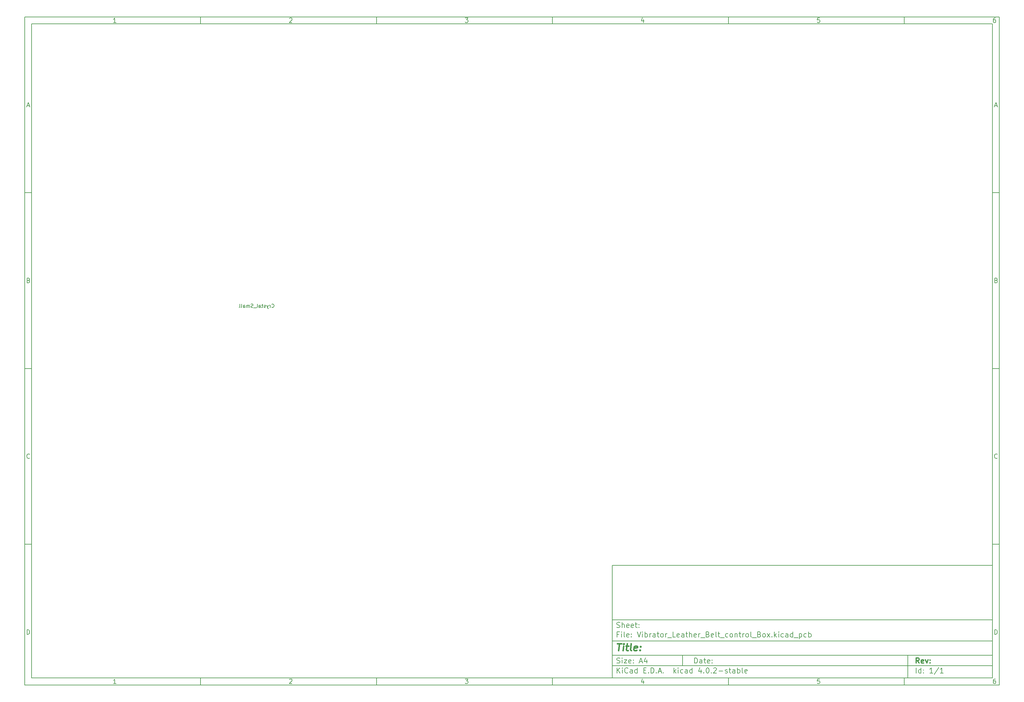
<source format=gbr>
G04 #@! TF.FileFunction,Other,Fab,Bot*
%FSLAX46Y46*%
G04 Gerber Fmt 4.6, Leading zero omitted, Abs format (unit mm)*
G04 Created by KiCad (PCBNEW 4.0.2-stable) date 2016 October 13, Thursday 23:14:49*
%MOMM*%
G01*
G04 APERTURE LIST*
%ADD10C,0.100000*%
%ADD11C,0.150000*%
%ADD12C,0.300000*%
%ADD13C,0.400000*%
G04 APERTURE END LIST*
D10*
D11*
X177002200Y-166007200D02*
X177002200Y-198007200D01*
X285002200Y-198007200D01*
X285002200Y-166007200D01*
X177002200Y-166007200D01*
D10*
D11*
X10000000Y-10000000D02*
X10000000Y-200007200D01*
X287002200Y-200007200D01*
X287002200Y-10000000D01*
X10000000Y-10000000D01*
D10*
D11*
X12000000Y-12000000D02*
X12000000Y-198007200D01*
X285002200Y-198007200D01*
X285002200Y-12000000D01*
X12000000Y-12000000D01*
D10*
D11*
X60000000Y-12000000D02*
X60000000Y-10000000D01*
D10*
D11*
X110000000Y-12000000D02*
X110000000Y-10000000D01*
D10*
D11*
X160000000Y-12000000D02*
X160000000Y-10000000D01*
D10*
D11*
X210000000Y-12000000D02*
X210000000Y-10000000D01*
D10*
D11*
X260000000Y-12000000D02*
X260000000Y-10000000D01*
D10*
D11*
X35990476Y-11588095D02*
X35247619Y-11588095D01*
X35619048Y-11588095D02*
X35619048Y-10288095D01*
X35495238Y-10473810D01*
X35371429Y-10597619D01*
X35247619Y-10659524D01*
D10*
D11*
X85247619Y-10411905D02*
X85309524Y-10350000D01*
X85433333Y-10288095D01*
X85742857Y-10288095D01*
X85866667Y-10350000D01*
X85928571Y-10411905D01*
X85990476Y-10535714D01*
X85990476Y-10659524D01*
X85928571Y-10845238D01*
X85185714Y-11588095D01*
X85990476Y-11588095D01*
D10*
D11*
X135185714Y-10288095D02*
X135990476Y-10288095D01*
X135557143Y-10783333D01*
X135742857Y-10783333D01*
X135866667Y-10845238D01*
X135928571Y-10907143D01*
X135990476Y-11030952D01*
X135990476Y-11340476D01*
X135928571Y-11464286D01*
X135866667Y-11526190D01*
X135742857Y-11588095D01*
X135371429Y-11588095D01*
X135247619Y-11526190D01*
X135185714Y-11464286D01*
D10*
D11*
X185866667Y-10721429D02*
X185866667Y-11588095D01*
X185557143Y-10226190D02*
X185247619Y-11154762D01*
X186052381Y-11154762D01*
D10*
D11*
X235928571Y-10288095D02*
X235309524Y-10288095D01*
X235247619Y-10907143D01*
X235309524Y-10845238D01*
X235433333Y-10783333D01*
X235742857Y-10783333D01*
X235866667Y-10845238D01*
X235928571Y-10907143D01*
X235990476Y-11030952D01*
X235990476Y-11340476D01*
X235928571Y-11464286D01*
X235866667Y-11526190D01*
X235742857Y-11588095D01*
X235433333Y-11588095D01*
X235309524Y-11526190D01*
X235247619Y-11464286D01*
D10*
D11*
X285866667Y-10288095D02*
X285619048Y-10288095D01*
X285495238Y-10350000D01*
X285433333Y-10411905D01*
X285309524Y-10597619D01*
X285247619Y-10845238D01*
X285247619Y-11340476D01*
X285309524Y-11464286D01*
X285371429Y-11526190D01*
X285495238Y-11588095D01*
X285742857Y-11588095D01*
X285866667Y-11526190D01*
X285928571Y-11464286D01*
X285990476Y-11340476D01*
X285990476Y-11030952D01*
X285928571Y-10907143D01*
X285866667Y-10845238D01*
X285742857Y-10783333D01*
X285495238Y-10783333D01*
X285371429Y-10845238D01*
X285309524Y-10907143D01*
X285247619Y-11030952D01*
D10*
D11*
X60000000Y-198007200D02*
X60000000Y-200007200D01*
D10*
D11*
X110000000Y-198007200D02*
X110000000Y-200007200D01*
D10*
D11*
X160000000Y-198007200D02*
X160000000Y-200007200D01*
D10*
D11*
X210000000Y-198007200D02*
X210000000Y-200007200D01*
D10*
D11*
X260000000Y-198007200D02*
X260000000Y-200007200D01*
D10*
D11*
X35990476Y-199595295D02*
X35247619Y-199595295D01*
X35619048Y-199595295D02*
X35619048Y-198295295D01*
X35495238Y-198481010D01*
X35371429Y-198604819D01*
X35247619Y-198666724D01*
D10*
D11*
X85247619Y-198419105D02*
X85309524Y-198357200D01*
X85433333Y-198295295D01*
X85742857Y-198295295D01*
X85866667Y-198357200D01*
X85928571Y-198419105D01*
X85990476Y-198542914D01*
X85990476Y-198666724D01*
X85928571Y-198852438D01*
X85185714Y-199595295D01*
X85990476Y-199595295D01*
D10*
D11*
X135185714Y-198295295D02*
X135990476Y-198295295D01*
X135557143Y-198790533D01*
X135742857Y-198790533D01*
X135866667Y-198852438D01*
X135928571Y-198914343D01*
X135990476Y-199038152D01*
X135990476Y-199347676D01*
X135928571Y-199471486D01*
X135866667Y-199533390D01*
X135742857Y-199595295D01*
X135371429Y-199595295D01*
X135247619Y-199533390D01*
X135185714Y-199471486D01*
D10*
D11*
X185866667Y-198728629D02*
X185866667Y-199595295D01*
X185557143Y-198233390D02*
X185247619Y-199161962D01*
X186052381Y-199161962D01*
D10*
D11*
X235928571Y-198295295D02*
X235309524Y-198295295D01*
X235247619Y-198914343D01*
X235309524Y-198852438D01*
X235433333Y-198790533D01*
X235742857Y-198790533D01*
X235866667Y-198852438D01*
X235928571Y-198914343D01*
X235990476Y-199038152D01*
X235990476Y-199347676D01*
X235928571Y-199471486D01*
X235866667Y-199533390D01*
X235742857Y-199595295D01*
X235433333Y-199595295D01*
X235309524Y-199533390D01*
X235247619Y-199471486D01*
D10*
D11*
X285866667Y-198295295D02*
X285619048Y-198295295D01*
X285495238Y-198357200D01*
X285433333Y-198419105D01*
X285309524Y-198604819D01*
X285247619Y-198852438D01*
X285247619Y-199347676D01*
X285309524Y-199471486D01*
X285371429Y-199533390D01*
X285495238Y-199595295D01*
X285742857Y-199595295D01*
X285866667Y-199533390D01*
X285928571Y-199471486D01*
X285990476Y-199347676D01*
X285990476Y-199038152D01*
X285928571Y-198914343D01*
X285866667Y-198852438D01*
X285742857Y-198790533D01*
X285495238Y-198790533D01*
X285371429Y-198852438D01*
X285309524Y-198914343D01*
X285247619Y-199038152D01*
D10*
D11*
X10000000Y-60000000D02*
X12000000Y-60000000D01*
D10*
D11*
X10000000Y-110000000D02*
X12000000Y-110000000D01*
D10*
D11*
X10000000Y-160000000D02*
X12000000Y-160000000D01*
D10*
D11*
X10690476Y-35216667D02*
X11309524Y-35216667D01*
X10566667Y-35588095D02*
X11000000Y-34288095D01*
X11433333Y-35588095D01*
D10*
D11*
X11092857Y-84907143D02*
X11278571Y-84969048D01*
X11340476Y-85030952D01*
X11402381Y-85154762D01*
X11402381Y-85340476D01*
X11340476Y-85464286D01*
X11278571Y-85526190D01*
X11154762Y-85588095D01*
X10659524Y-85588095D01*
X10659524Y-84288095D01*
X11092857Y-84288095D01*
X11216667Y-84350000D01*
X11278571Y-84411905D01*
X11340476Y-84535714D01*
X11340476Y-84659524D01*
X11278571Y-84783333D01*
X11216667Y-84845238D01*
X11092857Y-84907143D01*
X10659524Y-84907143D01*
D10*
D11*
X11402381Y-135464286D02*
X11340476Y-135526190D01*
X11154762Y-135588095D01*
X11030952Y-135588095D01*
X10845238Y-135526190D01*
X10721429Y-135402381D01*
X10659524Y-135278571D01*
X10597619Y-135030952D01*
X10597619Y-134845238D01*
X10659524Y-134597619D01*
X10721429Y-134473810D01*
X10845238Y-134350000D01*
X11030952Y-134288095D01*
X11154762Y-134288095D01*
X11340476Y-134350000D01*
X11402381Y-134411905D01*
D10*
D11*
X10659524Y-185588095D02*
X10659524Y-184288095D01*
X10969048Y-184288095D01*
X11154762Y-184350000D01*
X11278571Y-184473810D01*
X11340476Y-184597619D01*
X11402381Y-184845238D01*
X11402381Y-185030952D01*
X11340476Y-185278571D01*
X11278571Y-185402381D01*
X11154762Y-185526190D01*
X10969048Y-185588095D01*
X10659524Y-185588095D01*
D10*
D11*
X287002200Y-60000000D02*
X285002200Y-60000000D01*
D10*
D11*
X287002200Y-110000000D02*
X285002200Y-110000000D01*
D10*
D11*
X287002200Y-160000000D02*
X285002200Y-160000000D01*
D10*
D11*
X285692676Y-35216667D02*
X286311724Y-35216667D01*
X285568867Y-35588095D02*
X286002200Y-34288095D01*
X286435533Y-35588095D01*
D10*
D11*
X286095057Y-84907143D02*
X286280771Y-84969048D01*
X286342676Y-85030952D01*
X286404581Y-85154762D01*
X286404581Y-85340476D01*
X286342676Y-85464286D01*
X286280771Y-85526190D01*
X286156962Y-85588095D01*
X285661724Y-85588095D01*
X285661724Y-84288095D01*
X286095057Y-84288095D01*
X286218867Y-84350000D01*
X286280771Y-84411905D01*
X286342676Y-84535714D01*
X286342676Y-84659524D01*
X286280771Y-84783333D01*
X286218867Y-84845238D01*
X286095057Y-84907143D01*
X285661724Y-84907143D01*
D10*
D11*
X286404581Y-135464286D02*
X286342676Y-135526190D01*
X286156962Y-135588095D01*
X286033152Y-135588095D01*
X285847438Y-135526190D01*
X285723629Y-135402381D01*
X285661724Y-135278571D01*
X285599819Y-135030952D01*
X285599819Y-134845238D01*
X285661724Y-134597619D01*
X285723629Y-134473810D01*
X285847438Y-134350000D01*
X286033152Y-134288095D01*
X286156962Y-134288095D01*
X286342676Y-134350000D01*
X286404581Y-134411905D01*
D10*
D11*
X285661724Y-185588095D02*
X285661724Y-184288095D01*
X285971248Y-184288095D01*
X286156962Y-184350000D01*
X286280771Y-184473810D01*
X286342676Y-184597619D01*
X286404581Y-184845238D01*
X286404581Y-185030952D01*
X286342676Y-185278571D01*
X286280771Y-185402381D01*
X286156962Y-185526190D01*
X285971248Y-185588095D01*
X285661724Y-185588095D01*
D10*
D11*
X200359343Y-193785771D02*
X200359343Y-192285771D01*
X200716486Y-192285771D01*
X200930771Y-192357200D01*
X201073629Y-192500057D01*
X201145057Y-192642914D01*
X201216486Y-192928629D01*
X201216486Y-193142914D01*
X201145057Y-193428629D01*
X201073629Y-193571486D01*
X200930771Y-193714343D01*
X200716486Y-193785771D01*
X200359343Y-193785771D01*
X202502200Y-193785771D02*
X202502200Y-193000057D01*
X202430771Y-192857200D01*
X202287914Y-192785771D01*
X202002200Y-192785771D01*
X201859343Y-192857200D01*
X202502200Y-193714343D02*
X202359343Y-193785771D01*
X202002200Y-193785771D01*
X201859343Y-193714343D01*
X201787914Y-193571486D01*
X201787914Y-193428629D01*
X201859343Y-193285771D01*
X202002200Y-193214343D01*
X202359343Y-193214343D01*
X202502200Y-193142914D01*
X203002200Y-192785771D02*
X203573629Y-192785771D01*
X203216486Y-192285771D02*
X203216486Y-193571486D01*
X203287914Y-193714343D01*
X203430772Y-193785771D01*
X203573629Y-193785771D01*
X204645057Y-193714343D02*
X204502200Y-193785771D01*
X204216486Y-193785771D01*
X204073629Y-193714343D01*
X204002200Y-193571486D01*
X204002200Y-193000057D01*
X204073629Y-192857200D01*
X204216486Y-192785771D01*
X204502200Y-192785771D01*
X204645057Y-192857200D01*
X204716486Y-193000057D01*
X204716486Y-193142914D01*
X204002200Y-193285771D01*
X205359343Y-193642914D02*
X205430771Y-193714343D01*
X205359343Y-193785771D01*
X205287914Y-193714343D01*
X205359343Y-193642914D01*
X205359343Y-193785771D01*
X205359343Y-192857200D02*
X205430771Y-192928629D01*
X205359343Y-193000057D01*
X205287914Y-192928629D01*
X205359343Y-192857200D01*
X205359343Y-193000057D01*
D10*
D11*
X177002200Y-194507200D02*
X285002200Y-194507200D01*
D10*
D11*
X178359343Y-196585771D02*
X178359343Y-195085771D01*
X179216486Y-196585771D02*
X178573629Y-195728629D01*
X179216486Y-195085771D02*
X178359343Y-195942914D01*
X179859343Y-196585771D02*
X179859343Y-195585771D01*
X179859343Y-195085771D02*
X179787914Y-195157200D01*
X179859343Y-195228629D01*
X179930771Y-195157200D01*
X179859343Y-195085771D01*
X179859343Y-195228629D01*
X181430772Y-196442914D02*
X181359343Y-196514343D01*
X181145057Y-196585771D01*
X181002200Y-196585771D01*
X180787915Y-196514343D01*
X180645057Y-196371486D01*
X180573629Y-196228629D01*
X180502200Y-195942914D01*
X180502200Y-195728629D01*
X180573629Y-195442914D01*
X180645057Y-195300057D01*
X180787915Y-195157200D01*
X181002200Y-195085771D01*
X181145057Y-195085771D01*
X181359343Y-195157200D01*
X181430772Y-195228629D01*
X182716486Y-196585771D02*
X182716486Y-195800057D01*
X182645057Y-195657200D01*
X182502200Y-195585771D01*
X182216486Y-195585771D01*
X182073629Y-195657200D01*
X182716486Y-196514343D02*
X182573629Y-196585771D01*
X182216486Y-196585771D01*
X182073629Y-196514343D01*
X182002200Y-196371486D01*
X182002200Y-196228629D01*
X182073629Y-196085771D01*
X182216486Y-196014343D01*
X182573629Y-196014343D01*
X182716486Y-195942914D01*
X184073629Y-196585771D02*
X184073629Y-195085771D01*
X184073629Y-196514343D02*
X183930772Y-196585771D01*
X183645058Y-196585771D01*
X183502200Y-196514343D01*
X183430772Y-196442914D01*
X183359343Y-196300057D01*
X183359343Y-195871486D01*
X183430772Y-195728629D01*
X183502200Y-195657200D01*
X183645058Y-195585771D01*
X183930772Y-195585771D01*
X184073629Y-195657200D01*
X185930772Y-195800057D02*
X186430772Y-195800057D01*
X186645058Y-196585771D02*
X185930772Y-196585771D01*
X185930772Y-195085771D01*
X186645058Y-195085771D01*
X187287915Y-196442914D02*
X187359343Y-196514343D01*
X187287915Y-196585771D01*
X187216486Y-196514343D01*
X187287915Y-196442914D01*
X187287915Y-196585771D01*
X188002201Y-196585771D02*
X188002201Y-195085771D01*
X188359344Y-195085771D01*
X188573629Y-195157200D01*
X188716487Y-195300057D01*
X188787915Y-195442914D01*
X188859344Y-195728629D01*
X188859344Y-195942914D01*
X188787915Y-196228629D01*
X188716487Y-196371486D01*
X188573629Y-196514343D01*
X188359344Y-196585771D01*
X188002201Y-196585771D01*
X189502201Y-196442914D02*
X189573629Y-196514343D01*
X189502201Y-196585771D01*
X189430772Y-196514343D01*
X189502201Y-196442914D01*
X189502201Y-196585771D01*
X190145058Y-196157200D02*
X190859344Y-196157200D01*
X190002201Y-196585771D02*
X190502201Y-195085771D01*
X191002201Y-196585771D01*
X191502201Y-196442914D02*
X191573629Y-196514343D01*
X191502201Y-196585771D01*
X191430772Y-196514343D01*
X191502201Y-196442914D01*
X191502201Y-196585771D01*
X194502201Y-196585771D02*
X194502201Y-195085771D01*
X194645058Y-196014343D02*
X195073629Y-196585771D01*
X195073629Y-195585771D02*
X194502201Y-196157200D01*
X195716487Y-196585771D02*
X195716487Y-195585771D01*
X195716487Y-195085771D02*
X195645058Y-195157200D01*
X195716487Y-195228629D01*
X195787915Y-195157200D01*
X195716487Y-195085771D01*
X195716487Y-195228629D01*
X197073630Y-196514343D02*
X196930773Y-196585771D01*
X196645059Y-196585771D01*
X196502201Y-196514343D01*
X196430773Y-196442914D01*
X196359344Y-196300057D01*
X196359344Y-195871486D01*
X196430773Y-195728629D01*
X196502201Y-195657200D01*
X196645059Y-195585771D01*
X196930773Y-195585771D01*
X197073630Y-195657200D01*
X198359344Y-196585771D02*
X198359344Y-195800057D01*
X198287915Y-195657200D01*
X198145058Y-195585771D01*
X197859344Y-195585771D01*
X197716487Y-195657200D01*
X198359344Y-196514343D02*
X198216487Y-196585771D01*
X197859344Y-196585771D01*
X197716487Y-196514343D01*
X197645058Y-196371486D01*
X197645058Y-196228629D01*
X197716487Y-196085771D01*
X197859344Y-196014343D01*
X198216487Y-196014343D01*
X198359344Y-195942914D01*
X199716487Y-196585771D02*
X199716487Y-195085771D01*
X199716487Y-196514343D02*
X199573630Y-196585771D01*
X199287916Y-196585771D01*
X199145058Y-196514343D01*
X199073630Y-196442914D01*
X199002201Y-196300057D01*
X199002201Y-195871486D01*
X199073630Y-195728629D01*
X199145058Y-195657200D01*
X199287916Y-195585771D01*
X199573630Y-195585771D01*
X199716487Y-195657200D01*
X202216487Y-195585771D02*
X202216487Y-196585771D01*
X201859344Y-195014343D02*
X201502201Y-196085771D01*
X202430773Y-196085771D01*
X203002201Y-196442914D02*
X203073629Y-196514343D01*
X203002201Y-196585771D01*
X202930772Y-196514343D01*
X203002201Y-196442914D01*
X203002201Y-196585771D01*
X204002201Y-195085771D02*
X204145058Y-195085771D01*
X204287915Y-195157200D01*
X204359344Y-195228629D01*
X204430773Y-195371486D01*
X204502201Y-195657200D01*
X204502201Y-196014343D01*
X204430773Y-196300057D01*
X204359344Y-196442914D01*
X204287915Y-196514343D01*
X204145058Y-196585771D01*
X204002201Y-196585771D01*
X203859344Y-196514343D01*
X203787915Y-196442914D01*
X203716487Y-196300057D01*
X203645058Y-196014343D01*
X203645058Y-195657200D01*
X203716487Y-195371486D01*
X203787915Y-195228629D01*
X203859344Y-195157200D01*
X204002201Y-195085771D01*
X205145058Y-196442914D02*
X205216486Y-196514343D01*
X205145058Y-196585771D01*
X205073629Y-196514343D01*
X205145058Y-196442914D01*
X205145058Y-196585771D01*
X205787915Y-195228629D02*
X205859344Y-195157200D01*
X206002201Y-195085771D01*
X206359344Y-195085771D01*
X206502201Y-195157200D01*
X206573630Y-195228629D01*
X206645058Y-195371486D01*
X206645058Y-195514343D01*
X206573630Y-195728629D01*
X205716487Y-196585771D01*
X206645058Y-196585771D01*
X207287915Y-196014343D02*
X208430772Y-196014343D01*
X209073629Y-196514343D02*
X209216486Y-196585771D01*
X209502201Y-196585771D01*
X209645058Y-196514343D01*
X209716486Y-196371486D01*
X209716486Y-196300057D01*
X209645058Y-196157200D01*
X209502201Y-196085771D01*
X209287915Y-196085771D01*
X209145058Y-196014343D01*
X209073629Y-195871486D01*
X209073629Y-195800057D01*
X209145058Y-195657200D01*
X209287915Y-195585771D01*
X209502201Y-195585771D01*
X209645058Y-195657200D01*
X210145058Y-195585771D02*
X210716487Y-195585771D01*
X210359344Y-195085771D02*
X210359344Y-196371486D01*
X210430772Y-196514343D01*
X210573630Y-196585771D01*
X210716487Y-196585771D01*
X211859344Y-196585771D02*
X211859344Y-195800057D01*
X211787915Y-195657200D01*
X211645058Y-195585771D01*
X211359344Y-195585771D01*
X211216487Y-195657200D01*
X211859344Y-196514343D02*
X211716487Y-196585771D01*
X211359344Y-196585771D01*
X211216487Y-196514343D01*
X211145058Y-196371486D01*
X211145058Y-196228629D01*
X211216487Y-196085771D01*
X211359344Y-196014343D01*
X211716487Y-196014343D01*
X211859344Y-195942914D01*
X212573630Y-196585771D02*
X212573630Y-195085771D01*
X212573630Y-195657200D02*
X212716487Y-195585771D01*
X213002201Y-195585771D01*
X213145058Y-195657200D01*
X213216487Y-195728629D01*
X213287916Y-195871486D01*
X213287916Y-196300057D01*
X213216487Y-196442914D01*
X213145058Y-196514343D01*
X213002201Y-196585771D01*
X212716487Y-196585771D01*
X212573630Y-196514343D01*
X214145059Y-196585771D02*
X214002201Y-196514343D01*
X213930773Y-196371486D01*
X213930773Y-195085771D01*
X215287915Y-196514343D02*
X215145058Y-196585771D01*
X214859344Y-196585771D01*
X214716487Y-196514343D01*
X214645058Y-196371486D01*
X214645058Y-195800057D01*
X214716487Y-195657200D01*
X214859344Y-195585771D01*
X215145058Y-195585771D01*
X215287915Y-195657200D01*
X215359344Y-195800057D01*
X215359344Y-195942914D01*
X214645058Y-196085771D01*
D10*
D11*
X177002200Y-191507200D02*
X285002200Y-191507200D01*
D10*
D12*
X264216486Y-193785771D02*
X263716486Y-193071486D01*
X263359343Y-193785771D02*
X263359343Y-192285771D01*
X263930771Y-192285771D01*
X264073629Y-192357200D01*
X264145057Y-192428629D01*
X264216486Y-192571486D01*
X264216486Y-192785771D01*
X264145057Y-192928629D01*
X264073629Y-193000057D01*
X263930771Y-193071486D01*
X263359343Y-193071486D01*
X265430771Y-193714343D02*
X265287914Y-193785771D01*
X265002200Y-193785771D01*
X264859343Y-193714343D01*
X264787914Y-193571486D01*
X264787914Y-193000057D01*
X264859343Y-192857200D01*
X265002200Y-192785771D01*
X265287914Y-192785771D01*
X265430771Y-192857200D01*
X265502200Y-193000057D01*
X265502200Y-193142914D01*
X264787914Y-193285771D01*
X266002200Y-192785771D02*
X266359343Y-193785771D01*
X266716485Y-192785771D01*
X267287914Y-193642914D02*
X267359342Y-193714343D01*
X267287914Y-193785771D01*
X267216485Y-193714343D01*
X267287914Y-193642914D01*
X267287914Y-193785771D01*
X267287914Y-192857200D02*
X267359342Y-192928629D01*
X267287914Y-193000057D01*
X267216485Y-192928629D01*
X267287914Y-192857200D01*
X267287914Y-193000057D01*
D10*
D11*
X178287914Y-193714343D02*
X178502200Y-193785771D01*
X178859343Y-193785771D01*
X179002200Y-193714343D01*
X179073629Y-193642914D01*
X179145057Y-193500057D01*
X179145057Y-193357200D01*
X179073629Y-193214343D01*
X179002200Y-193142914D01*
X178859343Y-193071486D01*
X178573629Y-193000057D01*
X178430771Y-192928629D01*
X178359343Y-192857200D01*
X178287914Y-192714343D01*
X178287914Y-192571486D01*
X178359343Y-192428629D01*
X178430771Y-192357200D01*
X178573629Y-192285771D01*
X178930771Y-192285771D01*
X179145057Y-192357200D01*
X179787914Y-193785771D02*
X179787914Y-192785771D01*
X179787914Y-192285771D02*
X179716485Y-192357200D01*
X179787914Y-192428629D01*
X179859342Y-192357200D01*
X179787914Y-192285771D01*
X179787914Y-192428629D01*
X180359343Y-192785771D02*
X181145057Y-192785771D01*
X180359343Y-193785771D01*
X181145057Y-193785771D01*
X182287914Y-193714343D02*
X182145057Y-193785771D01*
X181859343Y-193785771D01*
X181716486Y-193714343D01*
X181645057Y-193571486D01*
X181645057Y-193000057D01*
X181716486Y-192857200D01*
X181859343Y-192785771D01*
X182145057Y-192785771D01*
X182287914Y-192857200D01*
X182359343Y-193000057D01*
X182359343Y-193142914D01*
X181645057Y-193285771D01*
X183002200Y-193642914D02*
X183073628Y-193714343D01*
X183002200Y-193785771D01*
X182930771Y-193714343D01*
X183002200Y-193642914D01*
X183002200Y-193785771D01*
X183002200Y-192857200D02*
X183073628Y-192928629D01*
X183002200Y-193000057D01*
X182930771Y-192928629D01*
X183002200Y-192857200D01*
X183002200Y-193000057D01*
X184787914Y-193357200D02*
X185502200Y-193357200D01*
X184645057Y-193785771D02*
X185145057Y-192285771D01*
X185645057Y-193785771D01*
X186787914Y-192785771D02*
X186787914Y-193785771D01*
X186430771Y-192214343D02*
X186073628Y-193285771D01*
X187002200Y-193285771D01*
D10*
D11*
X263359343Y-196585771D02*
X263359343Y-195085771D01*
X264716486Y-196585771D02*
X264716486Y-195085771D01*
X264716486Y-196514343D02*
X264573629Y-196585771D01*
X264287915Y-196585771D01*
X264145057Y-196514343D01*
X264073629Y-196442914D01*
X264002200Y-196300057D01*
X264002200Y-195871486D01*
X264073629Y-195728629D01*
X264145057Y-195657200D01*
X264287915Y-195585771D01*
X264573629Y-195585771D01*
X264716486Y-195657200D01*
X265430772Y-196442914D02*
X265502200Y-196514343D01*
X265430772Y-196585771D01*
X265359343Y-196514343D01*
X265430772Y-196442914D01*
X265430772Y-196585771D01*
X265430772Y-195657200D02*
X265502200Y-195728629D01*
X265430772Y-195800057D01*
X265359343Y-195728629D01*
X265430772Y-195657200D01*
X265430772Y-195800057D01*
X268073629Y-196585771D02*
X267216486Y-196585771D01*
X267645058Y-196585771D02*
X267645058Y-195085771D01*
X267502201Y-195300057D01*
X267359343Y-195442914D01*
X267216486Y-195514343D01*
X269787914Y-195014343D02*
X268502200Y-196942914D01*
X271073629Y-196585771D02*
X270216486Y-196585771D01*
X270645058Y-196585771D02*
X270645058Y-195085771D01*
X270502201Y-195300057D01*
X270359343Y-195442914D01*
X270216486Y-195514343D01*
D10*
D11*
X177002200Y-187507200D02*
X285002200Y-187507200D01*
D10*
D13*
X178454581Y-188211962D02*
X179597438Y-188211962D01*
X178776010Y-190211962D02*
X179026010Y-188211962D01*
X180014105Y-190211962D02*
X180180771Y-188878629D01*
X180264105Y-188211962D02*
X180156962Y-188307200D01*
X180240295Y-188402438D01*
X180347439Y-188307200D01*
X180264105Y-188211962D01*
X180240295Y-188402438D01*
X180847438Y-188878629D02*
X181609343Y-188878629D01*
X181216486Y-188211962D02*
X181002200Y-189926248D01*
X181073630Y-190116724D01*
X181252201Y-190211962D01*
X181442677Y-190211962D01*
X182395058Y-190211962D02*
X182216487Y-190116724D01*
X182145057Y-189926248D01*
X182359343Y-188211962D01*
X183930772Y-190116724D02*
X183728391Y-190211962D01*
X183347439Y-190211962D01*
X183168867Y-190116724D01*
X183097438Y-189926248D01*
X183192676Y-189164343D01*
X183311724Y-188973867D01*
X183514105Y-188878629D01*
X183895057Y-188878629D01*
X184073629Y-188973867D01*
X184145057Y-189164343D01*
X184121248Y-189354819D01*
X183145057Y-189545295D01*
X184895057Y-190021486D02*
X184978392Y-190116724D01*
X184871248Y-190211962D01*
X184787915Y-190116724D01*
X184895057Y-190021486D01*
X184871248Y-190211962D01*
X185026010Y-188973867D02*
X185109344Y-189069105D01*
X185002200Y-189164343D01*
X184918867Y-189069105D01*
X185026010Y-188973867D01*
X185002200Y-189164343D01*
D10*
D11*
X178859343Y-185600057D02*
X178359343Y-185600057D01*
X178359343Y-186385771D02*
X178359343Y-184885771D01*
X179073629Y-184885771D01*
X179645057Y-186385771D02*
X179645057Y-185385771D01*
X179645057Y-184885771D02*
X179573628Y-184957200D01*
X179645057Y-185028629D01*
X179716485Y-184957200D01*
X179645057Y-184885771D01*
X179645057Y-185028629D01*
X180573629Y-186385771D02*
X180430771Y-186314343D01*
X180359343Y-186171486D01*
X180359343Y-184885771D01*
X181716485Y-186314343D02*
X181573628Y-186385771D01*
X181287914Y-186385771D01*
X181145057Y-186314343D01*
X181073628Y-186171486D01*
X181073628Y-185600057D01*
X181145057Y-185457200D01*
X181287914Y-185385771D01*
X181573628Y-185385771D01*
X181716485Y-185457200D01*
X181787914Y-185600057D01*
X181787914Y-185742914D01*
X181073628Y-185885771D01*
X182430771Y-186242914D02*
X182502199Y-186314343D01*
X182430771Y-186385771D01*
X182359342Y-186314343D01*
X182430771Y-186242914D01*
X182430771Y-186385771D01*
X182430771Y-185457200D02*
X182502199Y-185528629D01*
X182430771Y-185600057D01*
X182359342Y-185528629D01*
X182430771Y-185457200D01*
X182430771Y-185600057D01*
X184073628Y-184885771D02*
X184573628Y-186385771D01*
X185073628Y-184885771D01*
X185573628Y-186385771D02*
X185573628Y-185385771D01*
X185573628Y-184885771D02*
X185502199Y-184957200D01*
X185573628Y-185028629D01*
X185645056Y-184957200D01*
X185573628Y-184885771D01*
X185573628Y-185028629D01*
X186287914Y-186385771D02*
X186287914Y-184885771D01*
X186287914Y-185457200D02*
X186430771Y-185385771D01*
X186716485Y-185385771D01*
X186859342Y-185457200D01*
X186930771Y-185528629D01*
X187002200Y-185671486D01*
X187002200Y-186100057D01*
X186930771Y-186242914D01*
X186859342Y-186314343D01*
X186716485Y-186385771D01*
X186430771Y-186385771D01*
X186287914Y-186314343D01*
X187645057Y-186385771D02*
X187645057Y-185385771D01*
X187645057Y-185671486D02*
X187716485Y-185528629D01*
X187787914Y-185457200D01*
X187930771Y-185385771D01*
X188073628Y-185385771D01*
X189216485Y-186385771D02*
X189216485Y-185600057D01*
X189145056Y-185457200D01*
X189002199Y-185385771D01*
X188716485Y-185385771D01*
X188573628Y-185457200D01*
X189216485Y-186314343D02*
X189073628Y-186385771D01*
X188716485Y-186385771D01*
X188573628Y-186314343D01*
X188502199Y-186171486D01*
X188502199Y-186028629D01*
X188573628Y-185885771D01*
X188716485Y-185814343D01*
X189073628Y-185814343D01*
X189216485Y-185742914D01*
X189716485Y-185385771D02*
X190287914Y-185385771D01*
X189930771Y-184885771D02*
X189930771Y-186171486D01*
X190002199Y-186314343D01*
X190145057Y-186385771D01*
X190287914Y-186385771D01*
X191002200Y-186385771D02*
X190859342Y-186314343D01*
X190787914Y-186242914D01*
X190716485Y-186100057D01*
X190716485Y-185671486D01*
X190787914Y-185528629D01*
X190859342Y-185457200D01*
X191002200Y-185385771D01*
X191216485Y-185385771D01*
X191359342Y-185457200D01*
X191430771Y-185528629D01*
X191502200Y-185671486D01*
X191502200Y-186100057D01*
X191430771Y-186242914D01*
X191359342Y-186314343D01*
X191216485Y-186385771D01*
X191002200Y-186385771D01*
X192145057Y-186385771D02*
X192145057Y-185385771D01*
X192145057Y-185671486D02*
X192216485Y-185528629D01*
X192287914Y-185457200D01*
X192430771Y-185385771D01*
X192573628Y-185385771D01*
X192716485Y-186528629D02*
X193859342Y-186528629D01*
X194930771Y-186385771D02*
X194216485Y-186385771D01*
X194216485Y-184885771D01*
X196002199Y-186314343D02*
X195859342Y-186385771D01*
X195573628Y-186385771D01*
X195430771Y-186314343D01*
X195359342Y-186171486D01*
X195359342Y-185600057D01*
X195430771Y-185457200D01*
X195573628Y-185385771D01*
X195859342Y-185385771D01*
X196002199Y-185457200D01*
X196073628Y-185600057D01*
X196073628Y-185742914D01*
X195359342Y-185885771D01*
X197359342Y-186385771D02*
X197359342Y-185600057D01*
X197287913Y-185457200D01*
X197145056Y-185385771D01*
X196859342Y-185385771D01*
X196716485Y-185457200D01*
X197359342Y-186314343D02*
X197216485Y-186385771D01*
X196859342Y-186385771D01*
X196716485Y-186314343D01*
X196645056Y-186171486D01*
X196645056Y-186028629D01*
X196716485Y-185885771D01*
X196859342Y-185814343D01*
X197216485Y-185814343D01*
X197359342Y-185742914D01*
X197859342Y-185385771D02*
X198430771Y-185385771D01*
X198073628Y-184885771D02*
X198073628Y-186171486D01*
X198145056Y-186314343D01*
X198287914Y-186385771D01*
X198430771Y-186385771D01*
X198930771Y-186385771D02*
X198930771Y-184885771D01*
X199573628Y-186385771D02*
X199573628Y-185600057D01*
X199502199Y-185457200D01*
X199359342Y-185385771D01*
X199145057Y-185385771D01*
X199002199Y-185457200D01*
X198930771Y-185528629D01*
X200859342Y-186314343D02*
X200716485Y-186385771D01*
X200430771Y-186385771D01*
X200287914Y-186314343D01*
X200216485Y-186171486D01*
X200216485Y-185600057D01*
X200287914Y-185457200D01*
X200430771Y-185385771D01*
X200716485Y-185385771D01*
X200859342Y-185457200D01*
X200930771Y-185600057D01*
X200930771Y-185742914D01*
X200216485Y-185885771D01*
X201573628Y-186385771D02*
X201573628Y-185385771D01*
X201573628Y-185671486D02*
X201645056Y-185528629D01*
X201716485Y-185457200D01*
X201859342Y-185385771D01*
X202002199Y-185385771D01*
X202145056Y-186528629D02*
X203287913Y-186528629D01*
X204145056Y-185600057D02*
X204359342Y-185671486D01*
X204430770Y-185742914D01*
X204502199Y-185885771D01*
X204502199Y-186100057D01*
X204430770Y-186242914D01*
X204359342Y-186314343D01*
X204216484Y-186385771D01*
X203645056Y-186385771D01*
X203645056Y-184885771D01*
X204145056Y-184885771D01*
X204287913Y-184957200D01*
X204359342Y-185028629D01*
X204430770Y-185171486D01*
X204430770Y-185314343D01*
X204359342Y-185457200D01*
X204287913Y-185528629D01*
X204145056Y-185600057D01*
X203645056Y-185600057D01*
X205716484Y-186314343D02*
X205573627Y-186385771D01*
X205287913Y-186385771D01*
X205145056Y-186314343D01*
X205073627Y-186171486D01*
X205073627Y-185600057D01*
X205145056Y-185457200D01*
X205287913Y-185385771D01*
X205573627Y-185385771D01*
X205716484Y-185457200D01*
X205787913Y-185600057D01*
X205787913Y-185742914D01*
X205073627Y-185885771D01*
X206645056Y-186385771D02*
X206502198Y-186314343D01*
X206430770Y-186171486D01*
X206430770Y-184885771D01*
X207002198Y-185385771D02*
X207573627Y-185385771D01*
X207216484Y-184885771D02*
X207216484Y-186171486D01*
X207287912Y-186314343D01*
X207430770Y-186385771D01*
X207573627Y-186385771D01*
X207716484Y-186528629D02*
X208859341Y-186528629D01*
X209859341Y-186314343D02*
X209716484Y-186385771D01*
X209430770Y-186385771D01*
X209287912Y-186314343D01*
X209216484Y-186242914D01*
X209145055Y-186100057D01*
X209145055Y-185671486D01*
X209216484Y-185528629D01*
X209287912Y-185457200D01*
X209430770Y-185385771D01*
X209716484Y-185385771D01*
X209859341Y-185457200D01*
X210716484Y-186385771D02*
X210573626Y-186314343D01*
X210502198Y-186242914D01*
X210430769Y-186100057D01*
X210430769Y-185671486D01*
X210502198Y-185528629D01*
X210573626Y-185457200D01*
X210716484Y-185385771D01*
X210930769Y-185385771D01*
X211073626Y-185457200D01*
X211145055Y-185528629D01*
X211216484Y-185671486D01*
X211216484Y-186100057D01*
X211145055Y-186242914D01*
X211073626Y-186314343D01*
X210930769Y-186385771D01*
X210716484Y-186385771D01*
X211859341Y-185385771D02*
X211859341Y-186385771D01*
X211859341Y-185528629D02*
X211930769Y-185457200D01*
X212073627Y-185385771D01*
X212287912Y-185385771D01*
X212430769Y-185457200D01*
X212502198Y-185600057D01*
X212502198Y-186385771D01*
X213002198Y-185385771D02*
X213573627Y-185385771D01*
X213216484Y-184885771D02*
X213216484Y-186171486D01*
X213287912Y-186314343D01*
X213430770Y-186385771D01*
X213573627Y-186385771D01*
X214073627Y-186385771D02*
X214073627Y-185385771D01*
X214073627Y-185671486D02*
X214145055Y-185528629D01*
X214216484Y-185457200D01*
X214359341Y-185385771D01*
X214502198Y-185385771D01*
X215216484Y-186385771D02*
X215073626Y-186314343D01*
X215002198Y-186242914D01*
X214930769Y-186100057D01*
X214930769Y-185671486D01*
X215002198Y-185528629D01*
X215073626Y-185457200D01*
X215216484Y-185385771D01*
X215430769Y-185385771D01*
X215573626Y-185457200D01*
X215645055Y-185528629D01*
X215716484Y-185671486D01*
X215716484Y-186100057D01*
X215645055Y-186242914D01*
X215573626Y-186314343D01*
X215430769Y-186385771D01*
X215216484Y-186385771D01*
X216573627Y-186385771D02*
X216430769Y-186314343D01*
X216359341Y-186171486D01*
X216359341Y-184885771D01*
X216787912Y-186528629D02*
X217930769Y-186528629D01*
X218787912Y-185600057D02*
X219002198Y-185671486D01*
X219073626Y-185742914D01*
X219145055Y-185885771D01*
X219145055Y-186100057D01*
X219073626Y-186242914D01*
X219002198Y-186314343D01*
X218859340Y-186385771D01*
X218287912Y-186385771D01*
X218287912Y-184885771D01*
X218787912Y-184885771D01*
X218930769Y-184957200D01*
X219002198Y-185028629D01*
X219073626Y-185171486D01*
X219073626Y-185314343D01*
X219002198Y-185457200D01*
X218930769Y-185528629D01*
X218787912Y-185600057D01*
X218287912Y-185600057D01*
X220002198Y-186385771D02*
X219859340Y-186314343D01*
X219787912Y-186242914D01*
X219716483Y-186100057D01*
X219716483Y-185671486D01*
X219787912Y-185528629D01*
X219859340Y-185457200D01*
X220002198Y-185385771D01*
X220216483Y-185385771D01*
X220359340Y-185457200D01*
X220430769Y-185528629D01*
X220502198Y-185671486D01*
X220502198Y-186100057D01*
X220430769Y-186242914D01*
X220359340Y-186314343D01*
X220216483Y-186385771D01*
X220002198Y-186385771D01*
X221002198Y-186385771D02*
X221787912Y-185385771D01*
X221002198Y-185385771D02*
X221787912Y-186385771D01*
X222359341Y-186242914D02*
X222430769Y-186314343D01*
X222359341Y-186385771D01*
X222287912Y-186314343D01*
X222359341Y-186242914D01*
X222359341Y-186385771D01*
X223073627Y-186385771D02*
X223073627Y-184885771D01*
X223216484Y-185814343D02*
X223645055Y-186385771D01*
X223645055Y-185385771D02*
X223073627Y-185957200D01*
X224287913Y-186385771D02*
X224287913Y-185385771D01*
X224287913Y-184885771D02*
X224216484Y-184957200D01*
X224287913Y-185028629D01*
X224359341Y-184957200D01*
X224287913Y-184885771D01*
X224287913Y-185028629D01*
X225645056Y-186314343D02*
X225502199Y-186385771D01*
X225216485Y-186385771D01*
X225073627Y-186314343D01*
X225002199Y-186242914D01*
X224930770Y-186100057D01*
X224930770Y-185671486D01*
X225002199Y-185528629D01*
X225073627Y-185457200D01*
X225216485Y-185385771D01*
X225502199Y-185385771D01*
X225645056Y-185457200D01*
X226930770Y-186385771D02*
X226930770Y-185600057D01*
X226859341Y-185457200D01*
X226716484Y-185385771D01*
X226430770Y-185385771D01*
X226287913Y-185457200D01*
X226930770Y-186314343D02*
X226787913Y-186385771D01*
X226430770Y-186385771D01*
X226287913Y-186314343D01*
X226216484Y-186171486D01*
X226216484Y-186028629D01*
X226287913Y-185885771D01*
X226430770Y-185814343D01*
X226787913Y-185814343D01*
X226930770Y-185742914D01*
X228287913Y-186385771D02*
X228287913Y-184885771D01*
X228287913Y-186314343D02*
X228145056Y-186385771D01*
X227859342Y-186385771D01*
X227716484Y-186314343D01*
X227645056Y-186242914D01*
X227573627Y-186100057D01*
X227573627Y-185671486D01*
X227645056Y-185528629D01*
X227716484Y-185457200D01*
X227859342Y-185385771D01*
X228145056Y-185385771D01*
X228287913Y-185457200D01*
X228645056Y-186528629D02*
X229787913Y-186528629D01*
X230145056Y-185385771D02*
X230145056Y-186885771D01*
X230145056Y-185457200D02*
X230287913Y-185385771D01*
X230573627Y-185385771D01*
X230716484Y-185457200D01*
X230787913Y-185528629D01*
X230859342Y-185671486D01*
X230859342Y-186100057D01*
X230787913Y-186242914D01*
X230716484Y-186314343D01*
X230573627Y-186385771D01*
X230287913Y-186385771D01*
X230145056Y-186314343D01*
X232145056Y-186314343D02*
X232002199Y-186385771D01*
X231716485Y-186385771D01*
X231573627Y-186314343D01*
X231502199Y-186242914D01*
X231430770Y-186100057D01*
X231430770Y-185671486D01*
X231502199Y-185528629D01*
X231573627Y-185457200D01*
X231716485Y-185385771D01*
X232002199Y-185385771D01*
X232145056Y-185457200D01*
X232787913Y-186385771D02*
X232787913Y-184885771D01*
X232787913Y-185457200D02*
X232930770Y-185385771D01*
X233216484Y-185385771D01*
X233359341Y-185457200D01*
X233430770Y-185528629D01*
X233502199Y-185671486D01*
X233502199Y-186100057D01*
X233430770Y-186242914D01*
X233359341Y-186314343D01*
X233216484Y-186385771D01*
X232930770Y-186385771D01*
X232787913Y-186314343D01*
D10*
D11*
X177002200Y-181507200D02*
X285002200Y-181507200D01*
D10*
D11*
X178287914Y-183614343D02*
X178502200Y-183685771D01*
X178859343Y-183685771D01*
X179002200Y-183614343D01*
X179073629Y-183542914D01*
X179145057Y-183400057D01*
X179145057Y-183257200D01*
X179073629Y-183114343D01*
X179002200Y-183042914D01*
X178859343Y-182971486D01*
X178573629Y-182900057D01*
X178430771Y-182828629D01*
X178359343Y-182757200D01*
X178287914Y-182614343D01*
X178287914Y-182471486D01*
X178359343Y-182328629D01*
X178430771Y-182257200D01*
X178573629Y-182185771D01*
X178930771Y-182185771D01*
X179145057Y-182257200D01*
X179787914Y-183685771D02*
X179787914Y-182185771D01*
X180430771Y-183685771D02*
X180430771Y-182900057D01*
X180359342Y-182757200D01*
X180216485Y-182685771D01*
X180002200Y-182685771D01*
X179859342Y-182757200D01*
X179787914Y-182828629D01*
X181716485Y-183614343D02*
X181573628Y-183685771D01*
X181287914Y-183685771D01*
X181145057Y-183614343D01*
X181073628Y-183471486D01*
X181073628Y-182900057D01*
X181145057Y-182757200D01*
X181287914Y-182685771D01*
X181573628Y-182685771D01*
X181716485Y-182757200D01*
X181787914Y-182900057D01*
X181787914Y-183042914D01*
X181073628Y-183185771D01*
X183002199Y-183614343D02*
X182859342Y-183685771D01*
X182573628Y-183685771D01*
X182430771Y-183614343D01*
X182359342Y-183471486D01*
X182359342Y-182900057D01*
X182430771Y-182757200D01*
X182573628Y-182685771D01*
X182859342Y-182685771D01*
X183002199Y-182757200D01*
X183073628Y-182900057D01*
X183073628Y-183042914D01*
X182359342Y-183185771D01*
X183502199Y-182685771D02*
X184073628Y-182685771D01*
X183716485Y-182185771D02*
X183716485Y-183471486D01*
X183787913Y-183614343D01*
X183930771Y-183685771D01*
X184073628Y-183685771D01*
X184573628Y-183542914D02*
X184645056Y-183614343D01*
X184573628Y-183685771D01*
X184502199Y-183614343D01*
X184573628Y-183542914D01*
X184573628Y-183685771D01*
X184573628Y-182757200D02*
X184645056Y-182828629D01*
X184573628Y-182900057D01*
X184502199Y-182828629D01*
X184573628Y-182757200D01*
X184573628Y-182900057D01*
D10*
D11*
X197002200Y-191507200D02*
X197002200Y-194507200D01*
D10*
D11*
X261002200Y-191507200D02*
X261002200Y-198007200D01*
X80231715Y-92559143D02*
X80279334Y-92606762D01*
X80422191Y-92654381D01*
X80517429Y-92654381D01*
X80660287Y-92606762D01*
X80755525Y-92511524D01*
X80803144Y-92416286D01*
X80850763Y-92225810D01*
X80850763Y-92082952D01*
X80803144Y-91892476D01*
X80755525Y-91797238D01*
X80660287Y-91702000D01*
X80517429Y-91654381D01*
X80422191Y-91654381D01*
X80279334Y-91702000D01*
X80231715Y-91749619D01*
X79803144Y-92654381D02*
X79803144Y-91987714D01*
X79803144Y-92178190D02*
X79755525Y-92082952D01*
X79707906Y-92035333D01*
X79612668Y-91987714D01*
X79517429Y-91987714D01*
X79279334Y-91987714D02*
X79041239Y-92654381D01*
X78803143Y-91987714D02*
X79041239Y-92654381D01*
X79136477Y-92892476D01*
X79184096Y-92940095D01*
X79279334Y-92987714D01*
X78469810Y-92606762D02*
X78374572Y-92654381D01*
X78184096Y-92654381D01*
X78088857Y-92606762D01*
X78041238Y-92511524D01*
X78041238Y-92463905D01*
X78088857Y-92368667D01*
X78184096Y-92321048D01*
X78326953Y-92321048D01*
X78422191Y-92273429D01*
X78469810Y-92178190D01*
X78469810Y-92130571D01*
X78422191Y-92035333D01*
X78326953Y-91987714D01*
X78184096Y-91987714D01*
X78088857Y-92035333D01*
X77755524Y-91987714D02*
X77374572Y-91987714D01*
X77612667Y-91654381D02*
X77612667Y-92511524D01*
X77565048Y-92606762D01*
X77469810Y-92654381D01*
X77374572Y-92654381D01*
X76612666Y-92654381D02*
X76612666Y-92130571D01*
X76660285Y-92035333D01*
X76755523Y-91987714D01*
X76946000Y-91987714D01*
X77041238Y-92035333D01*
X76612666Y-92606762D02*
X76707904Y-92654381D01*
X76946000Y-92654381D01*
X77041238Y-92606762D01*
X77088857Y-92511524D01*
X77088857Y-92416286D01*
X77041238Y-92321048D01*
X76946000Y-92273429D01*
X76707904Y-92273429D01*
X76612666Y-92225810D01*
X75993619Y-92654381D02*
X76088857Y-92606762D01*
X76136476Y-92511524D01*
X76136476Y-91654381D01*
X75850761Y-92749619D02*
X75088856Y-92749619D01*
X74898380Y-92606762D02*
X74755523Y-92654381D01*
X74517427Y-92654381D01*
X74422189Y-92606762D01*
X74374570Y-92559143D01*
X74326951Y-92463905D01*
X74326951Y-92368667D01*
X74374570Y-92273429D01*
X74422189Y-92225810D01*
X74517427Y-92178190D01*
X74707904Y-92130571D01*
X74803142Y-92082952D01*
X74850761Y-92035333D01*
X74898380Y-91940095D01*
X74898380Y-91844857D01*
X74850761Y-91749619D01*
X74803142Y-91702000D01*
X74707904Y-91654381D01*
X74469808Y-91654381D01*
X74326951Y-91702000D01*
X73898380Y-92654381D02*
X73898380Y-91987714D01*
X73898380Y-92082952D02*
X73850761Y-92035333D01*
X73755523Y-91987714D01*
X73612665Y-91987714D01*
X73517427Y-92035333D01*
X73469808Y-92130571D01*
X73469808Y-92654381D01*
X73469808Y-92130571D02*
X73422189Y-92035333D01*
X73326951Y-91987714D01*
X73184094Y-91987714D01*
X73088856Y-92035333D01*
X73041237Y-92130571D01*
X73041237Y-92654381D01*
X72136475Y-92654381D02*
X72136475Y-92130571D01*
X72184094Y-92035333D01*
X72279332Y-91987714D01*
X72469809Y-91987714D01*
X72565047Y-92035333D01*
X72136475Y-92606762D02*
X72231713Y-92654381D01*
X72469809Y-92654381D01*
X72565047Y-92606762D01*
X72612666Y-92511524D01*
X72612666Y-92416286D01*
X72565047Y-92321048D01*
X72469809Y-92273429D01*
X72231713Y-92273429D01*
X72136475Y-92225810D01*
X71517428Y-92654381D02*
X71612666Y-92606762D01*
X71660285Y-92511524D01*
X71660285Y-91654381D01*
X70993618Y-92654381D02*
X71088856Y-92606762D01*
X71136475Y-92511524D01*
X71136475Y-91654381D01*
M02*

</source>
